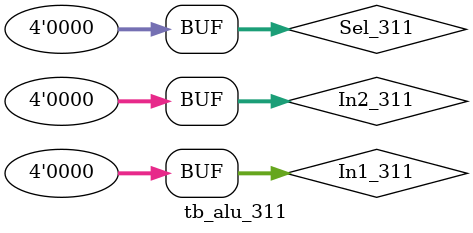
<source format=v>
`timescale 1ns / 1ps


module tb_alu_311;

	// Inputs
	reg [3:0] In1_311;
	reg [3:0] In2_311;
	reg [3:0] Sel_311;

	// Outputs
	wire [7:0] Out_311;

	// Instantiate the Unit Under Test (UUT)
	alu_311 uut (
		.Out_311(Out_311), 
		.In1_311(In1_311), 
		.In2_311(In2_311), 
		.Sel_311(Sel_311)
	);

	initial begin
		// Initialize Inputs
		In1_311 = 0;
		In2_311 = 0;
		Sel_311 = 0;

		// Wait 100 ns for global reset to finish
		#100;
        
		// Add stimulus here

	end
      
endmodule


</source>
